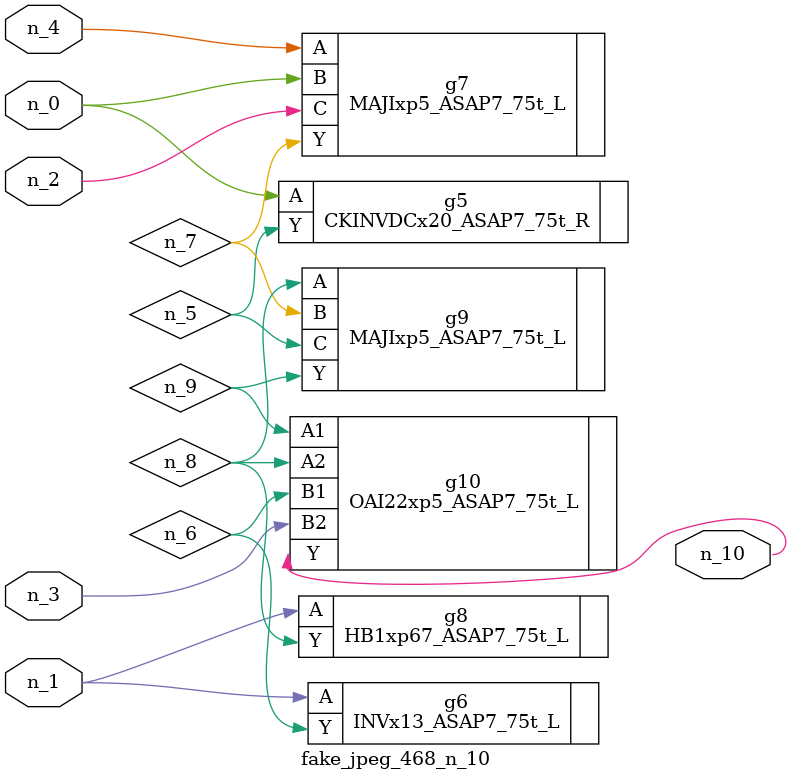
<source format=v>
module fake_jpeg_468_n_10 (n_3, n_2, n_1, n_0, n_4, n_10);

input n_3;
input n_2;
input n_1;
input n_0;
input n_4;

output n_10;

wire n_8;
wire n_9;
wire n_6;
wire n_5;
wire n_7;

CKINVDCx20_ASAP7_75t_R g5 ( 
.A(n_0),
.Y(n_5)
);

INVx13_ASAP7_75t_L g6 ( 
.A(n_1),
.Y(n_6)
);

MAJIxp5_ASAP7_75t_L g7 ( 
.A(n_4),
.B(n_0),
.C(n_2),
.Y(n_7)
);

HB1xp67_ASAP7_75t_L g8 ( 
.A(n_1),
.Y(n_8)
);

MAJIxp5_ASAP7_75t_L g9 ( 
.A(n_8),
.B(n_7),
.C(n_5),
.Y(n_9)
);

OAI22xp5_ASAP7_75t_L g10 ( 
.A1(n_9),
.A2(n_8),
.B1(n_6),
.B2(n_3),
.Y(n_10)
);


endmodule
</source>
